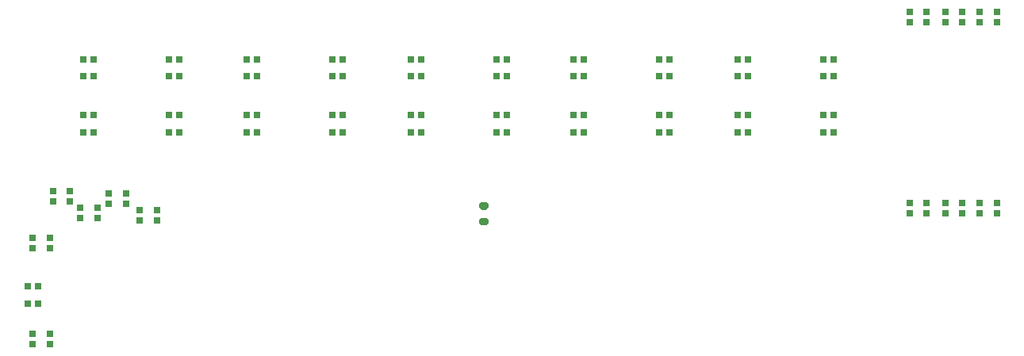
<source format=gbr>
G04 #@! TF.GenerationSoftware,KiCad,Pcbnew,(5.1.9)-1*
G04 #@! TF.CreationDate,2021-09-19T10:02:54-06:00*
G04 #@! TF.ProjectId,RWR_Control_Panel V2,5257525f-436f-46e7-9472-6f6c5f50616e,-*
G04 #@! TF.SameCoordinates,Original*
G04 #@! TF.FileFunction,Paste,Top*
G04 #@! TF.FilePolarity,Positive*
%FSLAX46Y46*%
G04 Gerber Fmt 4.6, Leading zero omitted, Abs format (unit mm)*
G04 Created by KiCad (PCBNEW (5.1.9)-1) date 2021-09-19 10:02:54*
%MOMM*%
%LPD*%
G01*
G04 APERTURE LIST*
%ADD10R,0.700000X0.700000*%
G04 APERTURE END LIST*
D10*
X223535608Y-103344084D03*
X223535608Y-104444084D03*
X221705608Y-104444084D03*
X221705608Y-103344084D03*
G36*
G01*
X175990608Y-104900561D02*
X176540608Y-104900561D01*
G75*
G02*
X176740608Y-105100561I0J-200000D01*
G01*
X176740608Y-105500561D01*
G75*
G02*
X176540608Y-105700561I-200000J0D01*
G01*
X175990608Y-105700561D01*
G75*
G02*
X175790608Y-105500561I0J200000D01*
G01*
X175790608Y-105100561D01*
G75*
G02*
X175990608Y-104900561I200000J0D01*
G01*
G37*
G36*
G01*
X175990608Y-103250561D02*
X176540608Y-103250561D01*
G75*
G02*
X176740608Y-103450561I0J-200000D01*
G01*
X176740608Y-103850561D01*
G75*
G02*
X176540608Y-104050561I-200000J0D01*
G01*
X175990608Y-104050561D01*
G75*
G02*
X175790608Y-103850561I0J200000D01*
G01*
X175790608Y-103450561D01*
G75*
G02*
X175990608Y-103250561I200000J0D01*
G01*
G37*
X227345608Y-103344084D03*
X227345608Y-104444084D03*
X225515608Y-104444084D03*
X225515608Y-103344084D03*
X231018630Y-103344084D03*
X231018630Y-104444084D03*
X229188630Y-104444084D03*
X229188630Y-103344084D03*
X229188630Y-83997084D03*
X229188630Y-82897084D03*
X231018630Y-82897084D03*
X231018630Y-83997084D03*
X225515608Y-83997084D03*
X225515608Y-82897084D03*
X227345608Y-82897084D03*
X227345608Y-83997084D03*
X221705608Y-83997084D03*
X221705608Y-82897084D03*
X223535608Y-82897084D03*
X223535608Y-83997084D03*
X212535630Y-93962084D03*
X213635630Y-93962084D03*
X213635630Y-95792084D03*
X212535630Y-95792084D03*
X212535630Y-87993084D03*
X213635630Y-87993084D03*
X213635630Y-89823084D03*
X212535630Y-89823084D03*
X204491630Y-89823084D03*
X203391630Y-89823084D03*
X203391630Y-87993084D03*
X204491630Y-87993084D03*
X204491630Y-95792084D03*
X203391630Y-95792084D03*
X203391630Y-93962084D03*
X204491630Y-93962084D03*
X195009630Y-93962084D03*
X196109630Y-93962084D03*
X196109630Y-95792084D03*
X195009630Y-95792084D03*
X195009630Y-87993084D03*
X196109630Y-87993084D03*
X196109630Y-89823084D03*
X195009630Y-89823084D03*
X186965630Y-89823084D03*
X185865630Y-89823084D03*
X185865630Y-87993084D03*
X186965630Y-87993084D03*
X186965630Y-95792084D03*
X185865630Y-95792084D03*
X185865630Y-93962084D03*
X186965630Y-93962084D03*
X177610630Y-93962084D03*
X178710630Y-93962084D03*
X178710630Y-95792084D03*
X177610630Y-95792084D03*
X177610630Y-87993084D03*
X178710630Y-87993084D03*
X178710630Y-89823084D03*
X177610630Y-89823084D03*
X169566630Y-89823084D03*
X168466630Y-89823084D03*
X168466630Y-87993084D03*
X169566630Y-87993084D03*
X169566630Y-95792084D03*
X168466630Y-95792084D03*
X168466630Y-93962084D03*
X169566630Y-93962084D03*
X160084630Y-93962084D03*
X161184630Y-93962084D03*
X161184630Y-95792084D03*
X160084630Y-95792084D03*
X160084630Y-87993084D03*
X161184630Y-87993084D03*
X161184630Y-89823084D03*
X160084630Y-89823084D03*
X152040630Y-89823084D03*
X150940630Y-89823084D03*
X150940630Y-87993084D03*
X152040630Y-87993084D03*
X152040630Y-95792084D03*
X150940630Y-95792084D03*
X150940630Y-93962084D03*
X152040630Y-93962084D03*
X142685630Y-93962084D03*
X143785630Y-93962084D03*
X143785630Y-95792084D03*
X142685630Y-95792084D03*
X142685630Y-87993084D03*
X143785630Y-87993084D03*
X143785630Y-89823084D03*
X142685630Y-89823084D03*
X134641630Y-89823084D03*
X133541630Y-89823084D03*
X133541630Y-87993084D03*
X134641630Y-87993084D03*
X134641630Y-95792084D03*
X133541630Y-95792084D03*
X133541630Y-93962084D03*
X134641630Y-93962084D03*
X139526630Y-105206084D03*
X139526630Y-104106084D03*
X141356630Y-104106084D03*
X141356630Y-105206084D03*
X136224630Y-103428084D03*
X136224630Y-102328084D03*
X138054630Y-102328084D03*
X138054630Y-103428084D03*
X133176630Y-104952084D03*
X133176630Y-103852084D03*
X135006630Y-103852084D03*
X135006630Y-104952084D03*
X130255630Y-103174084D03*
X130255630Y-102074084D03*
X132085630Y-102074084D03*
X132085630Y-103174084D03*
X129926630Y-107027084D03*
X129926630Y-108127084D03*
X128096630Y-108127084D03*
X128096630Y-107027084D03*
X128672630Y-114080084D03*
X127572630Y-114080084D03*
X127572630Y-112250084D03*
X128672630Y-112250084D03*
X129926630Y-117314084D03*
X129926630Y-118414084D03*
X128096630Y-118414084D03*
X128096630Y-117314084D03*
M02*

</source>
